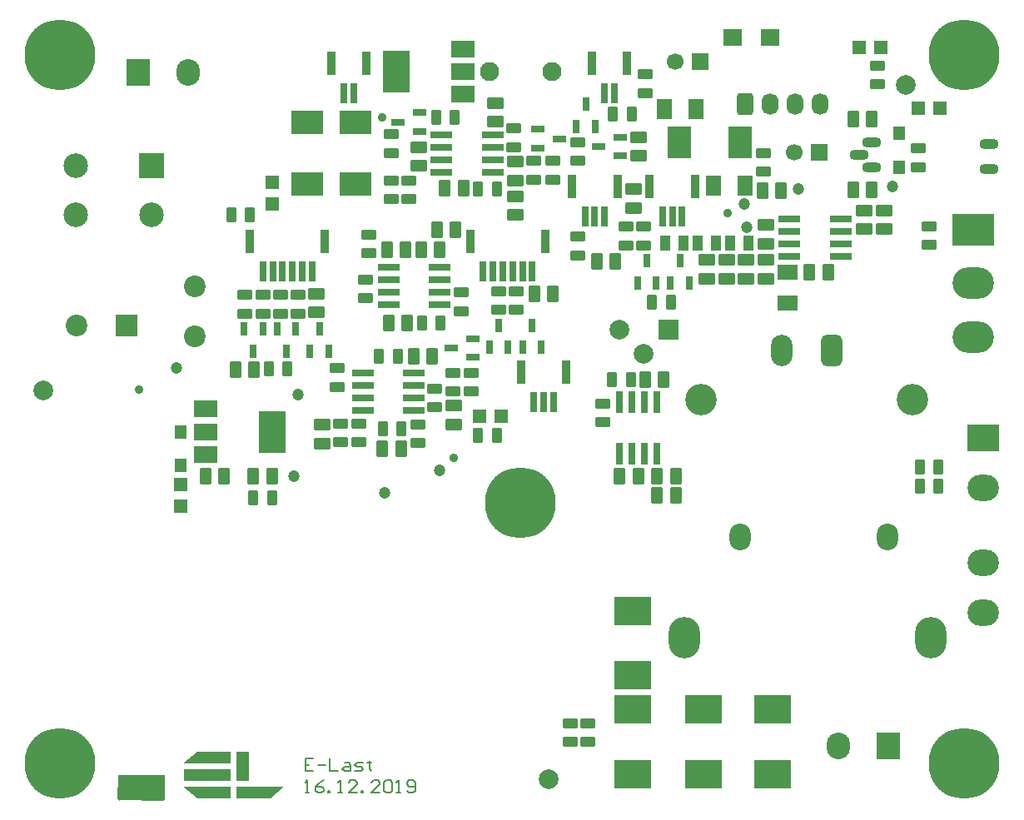
<source format=gts>
G04 Layer_Color=3509965*
%FSLAX43Y43*%
%MOMM*%
G71*
G01*
G75*
%ADD37C,0.200*%
G04:AMPARAMS|DCode=75|XSize=1.05mm|YSize=1.5mm|CornerRadius=0.142mm|HoleSize=0mm|Usage=FLASHONLY|Rotation=270.000|XOffset=0mm|YOffset=0mm|HoleType=Round|Shape=RoundedRectangle|*
%AMROUNDEDRECTD75*
21,1,1.050,1.215,0,0,270.0*
21,1,0.765,1.500,0,0,270.0*
1,1,0.285,-0.608,-0.383*
1,1,0.285,-0.608,0.383*
1,1,0.285,0.608,0.383*
1,1,0.285,0.608,-0.383*
%
%ADD75ROUNDEDRECTD75*%
%ADD76R,1.100X1.500*%
%ADD77C,2.000*%
%ADD78C,1.200*%
%ADD79R,1.350X0.800*%
%ADD80R,3.200X2.450*%
G04:AMPARAMS|DCode=81|XSize=1.05mm|YSize=1.5mm|CornerRadius=0.142mm|HoleSize=0mm|Usage=FLASHONLY|Rotation=0.000|XOffset=0mm|YOffset=0mm|HoleType=Round|Shape=RoundedRectangle|*
%AMROUNDEDRECTD81*
21,1,1.050,1.215,0,0,0.0*
21,1,0.765,1.500,0,0,0.0*
1,1,0.285,0.383,-0.608*
1,1,0.285,-0.383,-0.608*
1,1,0.285,-0.383,0.608*
1,1,0.285,0.383,0.608*
%
%ADD81ROUNDEDRECTD81*%
%ADD82R,0.900X2.400*%
%ADD83R,0.700X2.150*%
%ADD84R,0.800X1.350*%
%ADD85R,2.450X1.700*%
%ADD86R,2.700X4.200*%
%ADD87R,2.200X0.800*%
%ADD88R,0.800X2.200*%
%ADD89R,1.400X1.400*%
%ADD90R,1.400X1.400*%
%ADD91R,1.200X1.400*%
%ADD92R,3.700X2.950*%
%ADD93R,1.550X2.000*%
%ADD94R,2.450X3.200*%
%ADD95R,2.000X1.550*%
G04:AMPARAMS|DCode=96|XSize=1.25mm|YSize=1.65mm|CornerRadius=0.153mm|HoleSize=0mm|Usage=FLASHONLY|Rotation=0.000|XOffset=0mm|YOffset=0mm|HoleType=Round|Shape=RoundedRectangle|*
%AMROUNDEDRECTD96*
21,1,1.250,1.345,0,0,0.0*
21,1,0.945,1.650,0,0,0.0*
1,1,0.305,0.472,-0.672*
1,1,0.305,-0.472,-0.672*
1,1,0.305,-0.472,0.672*
1,1,0.305,0.472,0.672*
%
%ADD96ROUNDEDRECTD96*%
G04:AMPARAMS|DCode=97|XSize=1.25mm|YSize=1.65mm|CornerRadius=0.153mm|HoleSize=0mm|Usage=FLASHONLY|Rotation=90.000|XOffset=0mm|YOffset=0mm|HoleType=Round|Shape=RoundedRectangle|*
%AMROUNDEDRECTD97*
21,1,1.250,1.345,0,0,90.0*
21,1,0.945,1.650,0,0,90.0*
1,1,0.305,0.672,0.472*
1,1,0.305,0.672,-0.472*
1,1,0.305,-0.672,-0.472*
1,1,0.305,-0.672,0.472*
%
%ADD97ROUNDEDRECTD97*%
%ADD98R,1.900X1.800*%
%ADD99C,7.200*%
%ADD100C,3.200*%
%ADD101R,2.000X2.000*%
%ADD102O,2.400X2.700*%
%ADD103R,2.400X2.700*%
G04:AMPARAMS|DCode=104|XSize=1.7mm|YSize=2.2mm|CornerRadius=0.325mm|HoleSize=0mm|Usage=FLASHONLY|Rotation=0.000|XOffset=0mm|YOffset=0mm|HoleType=Round|Shape=RoundedRectangle|*
%AMROUNDEDRECTD104*
21,1,1.700,1.550,0,0,0.0*
21,1,1.050,2.200,0,0,0.0*
1,1,0.650,0.525,-0.775*
1,1,0.650,-0.525,-0.775*
1,1,0.650,-0.525,0.775*
1,1,0.650,0.525,0.775*
%
%ADD104ROUNDEDRECTD104*%
%ADD105O,1.700X2.200*%
%ADD106O,1.950X1.100*%
%ADD107C,1.950*%
%ADD108R,3.200X2.700*%
%ADD109O,3.200X2.700*%
%ADD110R,4.200X3.200*%
%ADD111O,4.200X3.200*%
%ADD112C,2.500*%
%ADD113R,2.500X2.500*%
%ADD114O,3.200X4.200*%
%ADD115C,2.200*%
%ADD116O,2.200X3.200*%
G04:AMPARAMS|DCode=117|XSize=2.2mm|YSize=3.2mm|CornerRadius=0.6mm|HoleSize=0mm|Usage=FLASHONLY|Rotation=180.000|XOffset=0mm|YOffset=0mm|HoleType=Round|Shape=RoundedRectangle|*
%AMROUNDEDRECTD117*
21,1,2.200,2.000,0,0,180.0*
21,1,1.000,3.200,0,0,180.0*
1,1,1.200,-0.500,1.000*
1,1,1.200,0.500,1.000*
1,1,1.200,0.500,-1.000*
1,1,1.200,-0.500,-1.000*
%
%ADD117ROUNDEDRECTD117*%
%ADD118R,1.700X1.700*%
%ADD119C,1.700*%
%ADD120R,2.200X2.200*%
%ADD121O,2.200X2.700*%
%ADD122C,0.900*%
G36*
X91400Y67200D02*
X86650D01*
Y68400D01*
X91400D01*
Y67200D01*
D02*
G37*
G36*
X95400Y65425D02*
X92000D01*
Y66625D01*
X96825D01*
X95400Y65425D01*
D02*
G37*
G36*
X91400D02*
X88000D01*
X86575Y66625D01*
X91400D01*
Y65425D01*
D02*
G37*
G36*
X91400Y70175D02*
Y68975D01*
X86575Y68975D01*
X88000Y70175D01*
X91400Y70175D01*
D02*
G37*
G36*
X84578Y67788D02*
X84644Y67744D01*
X84688Y67678D01*
X84704Y67600D01*
X84700Y65400D01*
X84704D01*
X84688Y65322D01*
X84644Y65256D01*
X84578Y65212D01*
X84500Y65196D01*
X80100Y65200D01*
Y65196D01*
X80022Y65212D01*
X79956Y65256D01*
X79912Y65322D01*
X79896Y65400D01*
X79900Y67600D01*
X79896D01*
X79912Y67678D01*
X79956Y67744D01*
X80022Y67788D01*
X80100Y67804D01*
X84500Y67800D01*
Y67804D01*
X84578Y67788D01*
D02*
G37*
G36*
X93200Y67200D02*
X92000D01*
Y70175D01*
X93200D01*
Y67200D01*
D02*
G37*
D37*
X98950Y66000D02*
X99373D01*
X99162D01*
Y67270D01*
X98950Y67058D01*
X100854Y67270D02*
X100431Y67058D01*
X100008Y66635D01*
Y66212D01*
X100220Y66000D01*
X100643D01*
X100854Y66212D01*
Y66423D01*
X100643Y66635D01*
X100008D01*
X101278Y66000D02*
Y66212D01*
X101489D01*
Y66000D01*
X101278D01*
X102336D02*
X102759D01*
X102547D01*
Y67270D01*
X102336Y67058D01*
X104240Y66000D02*
X103394D01*
X104240Y66846D01*
Y67058D01*
X104028Y67270D01*
X103605D01*
X103394Y67058D01*
X104663Y66000D02*
Y66212D01*
X104875D01*
Y66000D01*
X104663D01*
X106568D02*
X105721D01*
X106568Y66846D01*
Y67058D01*
X106356Y67270D01*
X105933D01*
X105721Y67058D01*
X106991D02*
X107202Y67270D01*
X107626D01*
X107837Y67058D01*
Y66212D01*
X107626Y66000D01*
X107202D01*
X106991Y66212D01*
Y67058D01*
X108260Y66000D02*
X108684D01*
X108472D01*
Y67270D01*
X108260Y67058D01*
X109318Y66212D02*
X109530Y66000D01*
X109953D01*
X110165Y66212D01*
Y67058D01*
X109953Y67270D01*
X109530D01*
X109318Y67058D01*
Y66846D01*
X109530Y66635D01*
X110165D01*
X99796Y69470D02*
X98950D01*
Y68200D01*
X99796D01*
X98950Y68835D02*
X99373D01*
X100220D02*
X101066D01*
X101489Y69470D02*
Y68200D01*
X102336D01*
X102970Y69046D02*
X103394D01*
X103605Y68835D01*
Y68200D01*
X102970D01*
X102759Y68412D01*
X102970Y68623D01*
X103605D01*
X104028Y68200D02*
X104663D01*
X104875Y68412D01*
X104663Y68623D01*
X104240D01*
X104028Y68835D01*
X104240Y69046D01*
X104875D01*
X105510Y69258D02*
Y69046D01*
X105298D01*
X105721D01*
X105510D01*
Y68412D01*
X105721Y68200D01*
D75*
X114800Y114950D02*
D03*
Y116850D02*
D03*
X92825Y116600D02*
D03*
Y114700D02*
D03*
X126700Y122550D02*
D03*
Y120650D02*
D03*
X124100Y128350D02*
D03*
Y130250D02*
D03*
X107700Y128250D02*
D03*
Y126350D02*
D03*
X126700Y132150D02*
D03*
Y130250D02*
D03*
X107700Y131050D02*
D03*
Y132950D02*
D03*
X120200Y133550D02*
D03*
Y131650D02*
D03*
X122200Y130250D02*
D03*
Y128350D02*
D03*
X109500Y128250D02*
D03*
Y126350D02*
D03*
X161300Y131530D02*
D03*
Y129630D02*
D03*
X120450Y115100D02*
D03*
Y117000D02*
D03*
X118650Y115100D02*
D03*
Y117000D02*
D03*
X96450Y116600D02*
D03*
Y114700D02*
D03*
X98250D02*
D03*
Y116600D02*
D03*
X102550Y103550D02*
D03*
Y101650D02*
D03*
X102200Y109150D02*
D03*
Y107250D02*
D03*
X94650Y116600D02*
D03*
Y114700D02*
D03*
X104400Y101650D02*
D03*
Y103550D02*
D03*
X133500Y137150D02*
D03*
Y139050D02*
D03*
X157200Y138050D02*
D03*
Y139950D02*
D03*
X145550Y129150D02*
D03*
Y131050D02*
D03*
X105100Y118185D02*
D03*
Y116285D02*
D03*
X105400Y120850D02*
D03*
Y122750D02*
D03*
X115800Y108700D02*
D03*
Y106800D02*
D03*
X125900Y71150D02*
D03*
Y73050D02*
D03*
X113950Y106805D02*
D03*
Y108705D02*
D03*
X110400Y101550D02*
D03*
Y103450D02*
D03*
X112150Y107065D02*
D03*
Y105165D02*
D03*
X162400Y121715D02*
D03*
Y123615D02*
D03*
X133400Y123550D02*
D03*
Y121650D02*
D03*
X131600D02*
D03*
Y123550D02*
D03*
X127700Y71150D02*
D03*
Y73050D02*
D03*
X129200Y105550D02*
D03*
Y103650D02*
D03*
D76*
X142200Y121900D02*
D03*
X144000D02*
D03*
X138900D02*
D03*
X140700D02*
D03*
X135600D02*
D03*
X137400D02*
D03*
D77*
X72300Y106900D02*
D03*
X123700Y67400D02*
D03*
X160000Y138000D02*
D03*
X133400Y110600D02*
D03*
X130900Y113100D02*
D03*
D78*
X143650Y125900D02*
D03*
X107000Y96500D02*
D03*
X149100Y127400D02*
D03*
X98200Y106500D02*
D03*
X97800Y98200D02*
D03*
X112600Y98800D02*
D03*
X158700Y127600D02*
D03*
X85900Y109200D02*
D03*
X143900Y123500D02*
D03*
D79*
X128775Y131700D02*
D03*
X131025Y132650D02*
D03*
Y130750D02*
D03*
X116025Y110250D02*
D03*
Y112150D02*
D03*
X113775Y111200D02*
D03*
X110625Y133250D02*
D03*
Y135150D02*
D03*
X108375Y134200D02*
D03*
X122575Y133450D02*
D03*
Y131550D02*
D03*
X124825Y132500D02*
D03*
D80*
X99200Y134125D02*
D03*
Y127875D02*
D03*
X104100Y134125D02*
D03*
Y127875D02*
D03*
D81*
X95250Y109100D02*
D03*
X97150D02*
D03*
X136150Y115900D02*
D03*
X134250D02*
D03*
X132175Y135000D02*
D03*
X130275D02*
D03*
X116550Y127400D02*
D03*
X118450D02*
D03*
X114150Y134700D02*
D03*
X112250D02*
D03*
X95575Y96000D02*
D03*
X93675D02*
D03*
X118450Y102300D02*
D03*
X116550D02*
D03*
X93350Y124750D02*
D03*
X91450D02*
D03*
X106450Y110400D02*
D03*
X108350D02*
D03*
X112750Y113750D02*
D03*
X110850D02*
D03*
X106850Y103000D02*
D03*
X108750D02*
D03*
X161450Y97200D02*
D03*
X163350D02*
D03*
Y99100D02*
D03*
X161450D02*
D03*
X132075Y108000D02*
D03*
X130175D02*
D03*
D82*
X138600Y127625D02*
D03*
X134000D02*
D03*
X130700Y127625D02*
D03*
X126100D02*
D03*
X125500Y108775D02*
D03*
X120900D02*
D03*
X101600Y140175D02*
D03*
X105200D02*
D03*
X128100Y140150D02*
D03*
X131700D02*
D03*
X123350Y122025D02*
D03*
X115750D02*
D03*
X100950Y122025D02*
D03*
X93350D02*
D03*
D83*
X137300Y124600D02*
D03*
X136300D02*
D03*
X135300D02*
D03*
X129400Y124600D02*
D03*
X128400D02*
D03*
X127400D02*
D03*
X124200Y105750D02*
D03*
X123200D02*
D03*
X122200D02*
D03*
X102900Y137150D02*
D03*
X103900D02*
D03*
X129400Y137125D02*
D03*
X130400D02*
D03*
X122050Y119000D02*
D03*
X121050D02*
D03*
X120050D02*
D03*
X119050D02*
D03*
X118050D02*
D03*
X117050D02*
D03*
X99650Y119000D02*
D03*
X98650D02*
D03*
X97650D02*
D03*
X96650D02*
D03*
X95650D02*
D03*
X94650D02*
D03*
D84*
X126550Y133775D02*
D03*
X128450D02*
D03*
X127500Y136025D02*
D03*
X117700Y111275D02*
D03*
X119600D02*
D03*
X118650Y113525D02*
D03*
X99450Y110875D02*
D03*
X101350D02*
D03*
X100400Y113125D02*
D03*
X121050Y111275D02*
D03*
X122950D02*
D03*
X122000Y113525D02*
D03*
X98000Y113125D02*
D03*
X96100D02*
D03*
X97050Y110875D02*
D03*
X94650Y113125D02*
D03*
X92750D02*
D03*
X93700Y110875D02*
D03*
X132750Y117825D02*
D03*
X134650D02*
D03*
X133700Y120075D02*
D03*
X136100Y117825D02*
D03*
X138000D02*
D03*
X137050Y120075D02*
D03*
D85*
X115000Y141600D02*
D03*
Y137000D02*
D03*
Y139300D02*
D03*
X88825Y100400D02*
D03*
Y105000D02*
D03*
Y102700D02*
D03*
D86*
X108250Y139300D02*
D03*
X95575Y102700D02*
D03*
D87*
X112800Y132905D02*
D03*
Y131635D02*
D03*
Y130365D02*
D03*
Y129095D02*
D03*
X118000Y132905D02*
D03*
Y131635D02*
D03*
Y130365D02*
D03*
Y129095D02*
D03*
X112650Y115595D02*
D03*
Y116865D02*
D03*
Y118135D02*
D03*
Y119405D02*
D03*
X107450Y115595D02*
D03*
Y116865D02*
D03*
Y118135D02*
D03*
Y119405D02*
D03*
X104800Y108655D02*
D03*
Y107385D02*
D03*
Y106115D02*
D03*
Y104845D02*
D03*
X110000Y108655D02*
D03*
Y107385D02*
D03*
Y106115D02*
D03*
Y104845D02*
D03*
X148200Y124355D02*
D03*
Y123085D02*
D03*
Y121815D02*
D03*
Y120545D02*
D03*
X153400Y124355D02*
D03*
Y123085D02*
D03*
Y121815D02*
D03*
Y120545D02*
D03*
D88*
X134755Y105700D02*
D03*
X133485D02*
D03*
X132215D02*
D03*
X130945D02*
D03*
X134755Y100500D02*
D03*
X133485D02*
D03*
X132215D02*
D03*
X130945D02*
D03*
D89*
X86275Y97325D02*
D03*
Y95125D02*
D03*
X95600Y128050D02*
D03*
Y125850D02*
D03*
D90*
X163500Y135600D02*
D03*
X161300D02*
D03*
X118900Y104300D02*
D03*
X116700D02*
D03*
X157500Y141800D02*
D03*
X155300D02*
D03*
D91*
X86325Y102700D02*
D03*
Y99300D02*
D03*
X159350Y129630D02*
D03*
Y133030D02*
D03*
D92*
X146500Y74450D02*
D03*
Y67850D02*
D03*
X139500D02*
D03*
Y74450D02*
D03*
X132250D02*
D03*
Y67850D02*
D03*
Y84500D02*
D03*
Y77900D02*
D03*
D93*
X135500Y135500D02*
D03*
X138700D02*
D03*
X140500Y127700D02*
D03*
X143700D02*
D03*
D94*
X136975Y132100D02*
D03*
X143225D02*
D03*
D95*
X148000Y118950D02*
D03*
Y115750D02*
D03*
D96*
X134750Y96200D02*
D03*
X136650D02*
D03*
X114250Y123200D02*
D03*
X112350D02*
D03*
X91850Y109000D02*
D03*
X93750D02*
D03*
X113150Y127500D02*
D03*
X115050D02*
D03*
X111900Y110400D02*
D03*
X110000D02*
D03*
X122250Y116700D02*
D03*
X124150D02*
D03*
X95575Y98200D02*
D03*
X93675D02*
D03*
X90725D02*
D03*
X88825D02*
D03*
X156600Y127300D02*
D03*
X154700D02*
D03*
Y134500D02*
D03*
X156600D02*
D03*
X112650Y121200D02*
D03*
X110750D02*
D03*
X107450Y113750D02*
D03*
X109350D02*
D03*
X108700Y101000D02*
D03*
X106800D02*
D03*
X109150Y121200D02*
D03*
X107250D02*
D03*
X150250Y118900D02*
D03*
X152150D02*
D03*
X133500Y108000D02*
D03*
X135400D02*
D03*
X130945Y98200D02*
D03*
X132845D02*
D03*
X130525Y120000D02*
D03*
X128625D02*
D03*
X134750Y98200D02*
D03*
X136650D02*
D03*
X145450Y127200D02*
D03*
X147350D02*
D03*
D97*
X132350Y127350D02*
D03*
Y125450D02*
D03*
X118300Y134250D02*
D03*
Y136150D02*
D03*
X120300Y128250D02*
D03*
Y130150D02*
D03*
X110500Y131650D02*
D03*
Y129750D02*
D03*
X120300Y126650D02*
D03*
Y124750D02*
D03*
X100100Y114850D02*
D03*
Y116750D02*
D03*
X100650Y103400D02*
D03*
Y101500D02*
D03*
X132900Y132650D02*
D03*
Y130750D02*
D03*
X145800Y120150D02*
D03*
Y118250D02*
D03*
X143800D02*
D03*
Y120150D02*
D03*
X155800Y123300D02*
D03*
Y125200D02*
D03*
X157800D02*
D03*
Y123300D02*
D03*
X114100Y105350D02*
D03*
Y103450D02*
D03*
X145800Y123715D02*
D03*
Y121815D02*
D03*
X141800Y120150D02*
D03*
Y118250D02*
D03*
X139800Y118250D02*
D03*
Y120150D02*
D03*
D98*
X146250Y142800D02*
D03*
X142450D02*
D03*
D99*
X74000Y141000D02*
D03*
X166000D02*
D03*
Y69000D02*
D03*
X74000D02*
D03*
X120800Y95500D02*
D03*
D100*
X160750Y106000D02*
D03*
X139250D02*
D03*
D101*
X135900Y113100D02*
D03*
D102*
X87080Y139250D02*
D03*
X153170Y70750D02*
D03*
D103*
X82000Y139250D02*
D03*
X158250Y70750D02*
D03*
D104*
X143660Y136000D02*
D03*
D105*
X146200D02*
D03*
X148740D02*
D03*
X151280D02*
D03*
D106*
X168500Y129430D02*
D03*
Y131970D02*
D03*
X156600Y129630D02*
D03*
X155330Y130900D02*
D03*
X156600Y132170D02*
D03*
D107*
X124050Y139300D02*
D03*
X117700D02*
D03*
D108*
X167900Y102040D02*
D03*
D109*
Y96960D02*
D03*
Y89340D02*
D03*
Y84260D02*
D03*
D110*
X166900Y123261D02*
D03*
D111*
Y117800D02*
D03*
Y112339D02*
D03*
D112*
X75650Y129750D02*
D03*
Y124750D02*
D03*
X83350D02*
D03*
D113*
Y129750D02*
D03*
D114*
X137550Y81750D02*
D03*
X162550D02*
D03*
D115*
X87750Y112420D02*
D03*
Y117500D02*
D03*
X75750Y113500D02*
D03*
D116*
X147460Y111000D02*
D03*
D117*
X152540D02*
D03*
D118*
X139100Y140300D02*
D03*
X151200Y131100D02*
D03*
D119*
X136600Y140300D02*
D03*
X148700Y131100D02*
D03*
D120*
X80750Y113500D02*
D03*
D121*
X143150Y92000D02*
D03*
X158150D02*
D03*
D122*
X132845Y98200D02*
D03*
X106800Y134700D02*
D03*
X141900Y124900D02*
D03*
X114100Y100000D02*
D03*
X82100Y107000D02*
D03*
M02*

</source>
